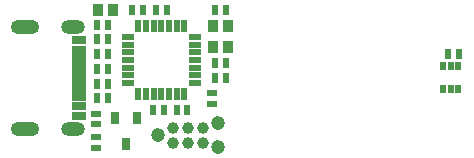
<source format=gts>
G04*
G04 #@! TF.GenerationSoftware,Altium Limited,Altium Designer,24.3.1 (35)*
G04*
G04 Layer_Color=8388736*
%FSLAX44Y44*%
%MOMM*%
G71*
G04*
G04 #@! TF.SameCoordinates,AD25D3ED-FBA9-419F-A6E4-F2E671057BDA*
G04*
G04*
G04 #@! TF.FilePolarity,Negative*
G04*
G01*
G75*
%ADD23R,0.9032X1.1032*%
%ADD24C,0.9906*%
%ADD25R,0.6032X0.9032*%
%ADD26R,0.5532X1.0032*%
%ADD27R,1.0032X0.5532*%
%ADD28R,0.9032X0.6032*%
%ADD29R,0.8832X0.9832*%
%ADD30R,1.2032X0.5032*%
%ADD31R,1.2032X0.8032*%
%ADD32R,0.8032X1.1032*%
%ADD33R,0.5032X0.6532*%
%ADD34C,1.1938*%
%ADD35O,2.4032X1.2032*%
%ADD36O,2.0032X1.2032*%
D23*
X99000Y127500D02*
D03*
X86000D02*
D03*
D24*
X175200Y27700D02*
D03*
Y15000D02*
D03*
X162500Y27700D02*
D03*
Y15000D02*
D03*
X149800Y27700D02*
D03*
Y15000D02*
D03*
D25*
X85500Y115000D02*
D03*
X94500D02*
D03*
X392000Y90000D02*
D03*
X383000D02*
D03*
X194500Y70000D02*
D03*
X185500D02*
D03*
X194500Y82500D02*
D03*
X185500D02*
D03*
Y127500D02*
D03*
X194500D02*
D03*
X162000Y42500D02*
D03*
X153000D02*
D03*
X115500Y127500D02*
D03*
X124500D02*
D03*
X144500Y127500D02*
D03*
X135500D02*
D03*
X142000Y42500D02*
D03*
X133000D02*
D03*
X94500Y77500D02*
D03*
X85500D02*
D03*
X94500Y65000D02*
D03*
X85500D02*
D03*
X94500Y102500D02*
D03*
X85500D02*
D03*
Y52500D02*
D03*
X94500D02*
D03*
X85500Y90000D02*
D03*
X94500D02*
D03*
D26*
X159500Y56500D02*
D03*
X146500D02*
D03*
X140000D02*
D03*
X133500D02*
D03*
X127000D02*
D03*
X120500D02*
D03*
X120500Y113500D02*
D03*
X127000D02*
D03*
X133500D02*
D03*
X140000D02*
D03*
X146500D02*
D03*
X153000D02*
D03*
X159500D02*
D03*
X153000Y56500D02*
D03*
D27*
X111500Y65500D02*
D03*
Y72000D02*
D03*
Y78500D02*
D03*
Y85000D02*
D03*
Y91500D02*
D03*
Y98000D02*
D03*
Y104500D02*
D03*
X168500D02*
D03*
Y98000D02*
D03*
Y91500D02*
D03*
Y85000D02*
D03*
Y78500D02*
D03*
Y72000D02*
D03*
Y65500D02*
D03*
D28*
X182500Y48000D02*
D03*
Y57000D02*
D03*
X85000Y39500D02*
D03*
Y30500D02*
D03*
Y10500D02*
D03*
Y19500D02*
D03*
D29*
X183350Y96350D02*
D03*
X196650D02*
D03*
Y113650D02*
D03*
X183350D02*
D03*
D30*
X70000Y72500D02*
D03*
Y67500D02*
D03*
Y62500D02*
D03*
Y57500D02*
D03*
Y52500D02*
D03*
Y77500D02*
D03*
Y82500D02*
D03*
Y87500D02*
D03*
D31*
Y46000D02*
D03*
Y38000D02*
D03*
Y93500D02*
D03*
Y102000D02*
D03*
D32*
X100500Y36000D02*
D03*
X119500D02*
D03*
X110000Y14000D02*
D03*
D33*
X378500Y60250D02*
D03*
X385000D02*
D03*
X391500D02*
D03*
Y79750D02*
D03*
X385000D02*
D03*
X378500D02*
D03*
D34*
X187900Y11190D02*
D03*
Y31510D02*
D03*
X137100Y21350D02*
D03*
D35*
X25000Y26800D02*
D03*
Y113200D02*
D03*
D36*
X65000Y26800D02*
D03*
Y113200D02*
D03*
M02*

</source>
